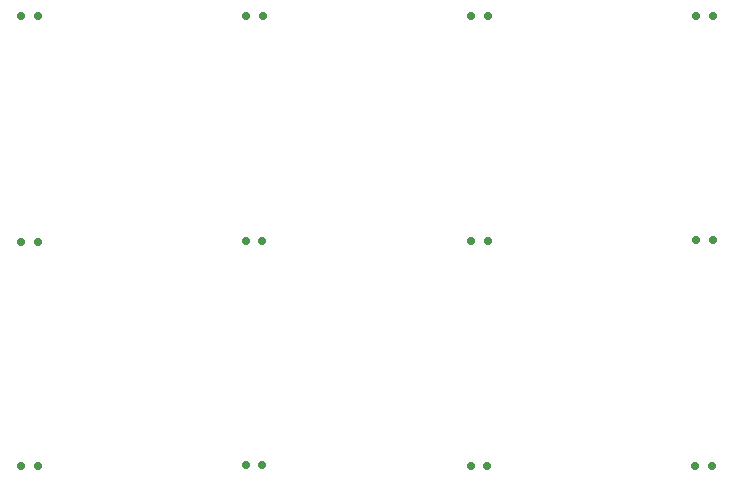
<source format=gbr>
%TF.GenerationSoftware,KiCad,Pcbnew,9.0.7*%
%TF.CreationDate,2026-02-22T16:46:49+05:30*%
%TF.ProjectId,Project,50726f6a-6563-4742-9e6b-696361645f70,rev?*%
%TF.SameCoordinates,Original*%
%TF.FileFunction,Paste,Top*%
%TF.FilePolarity,Positive*%
%FSLAX46Y46*%
G04 Gerber Fmt 4.6, Leading zero omitted, Abs format (unit mm)*
G04 Created by KiCad (PCBNEW 9.0.7) date 2026-02-22 16:46:49*
%MOMM*%
%LPD*%
G01*
G04 APERTURE LIST*
G04 Aperture macros list*
%AMRoundRect*
0 Rectangle with rounded corners*
0 $1 Rounding radius*
0 $2 $3 $4 $5 $6 $7 $8 $9 X,Y pos of 4 corners*
0 Add a 4 corners polygon primitive as box body*
4,1,4,$2,$3,$4,$5,$6,$7,$8,$9,$2,$3,0*
0 Add four circle primitives for the rounded corners*
1,1,$1+$1,$2,$3*
1,1,$1+$1,$4,$5*
1,1,$1+$1,$6,$7*
1,1,$1+$1,$8,$9*
0 Add four rect primitives between the rounded corners*
20,1,$1+$1,$2,$3,$4,$5,0*
20,1,$1+$1,$4,$5,$6,$7,0*
20,1,$1+$1,$6,$7,$8,$9,0*
20,1,$1+$1,$8,$9,$2,$3,0*%
G04 Aperture macros list end*
%ADD10RoundRect,0.150000X0.150000X0.200000X-0.150000X0.200000X-0.150000X-0.200000X0.150000X-0.200000X0*%
G04 APERTURE END LIST*
D10*
%TO.C,D11*%
X162520000Y-81340000D03*
X163920000Y-81340000D03*
%TD*%
%TO.C,D6*%
X124360000Y-100390000D03*
X125760000Y-100390000D03*
%TD*%
%TO.C,D7*%
X143470397Y-62299999D03*
X144870397Y-62299999D03*
%TD*%
%TO.C,D9*%
X143410000Y-100470000D03*
X144810000Y-100470000D03*
%TD*%
%TO.C,D8*%
X143468068Y-81382911D03*
X144868068Y-81382911D03*
%TD*%
%TO.C,D4*%
X124422019Y-62315231D03*
X125822019Y-62315231D03*
%TD*%
%TO.C,D3*%
X105350648Y-100423487D03*
X106750648Y-100423487D03*
%TD*%
%TO.C,D1*%
X105361350Y-62319840D03*
X106761350Y-62319840D03*
%TD*%
%TO.C,D10*%
X162517005Y-62357777D03*
X163917005Y-62357777D03*
%TD*%
%TO.C,D2*%
X105335346Y-81486663D03*
X106735346Y-81486663D03*
%TD*%
%TO.C,D5*%
X124370000Y-81400000D03*
X125770000Y-81400000D03*
%TD*%
%TO.C,D12*%
X162432500Y-100440000D03*
X163832500Y-100440000D03*
%TD*%
M02*

</source>
